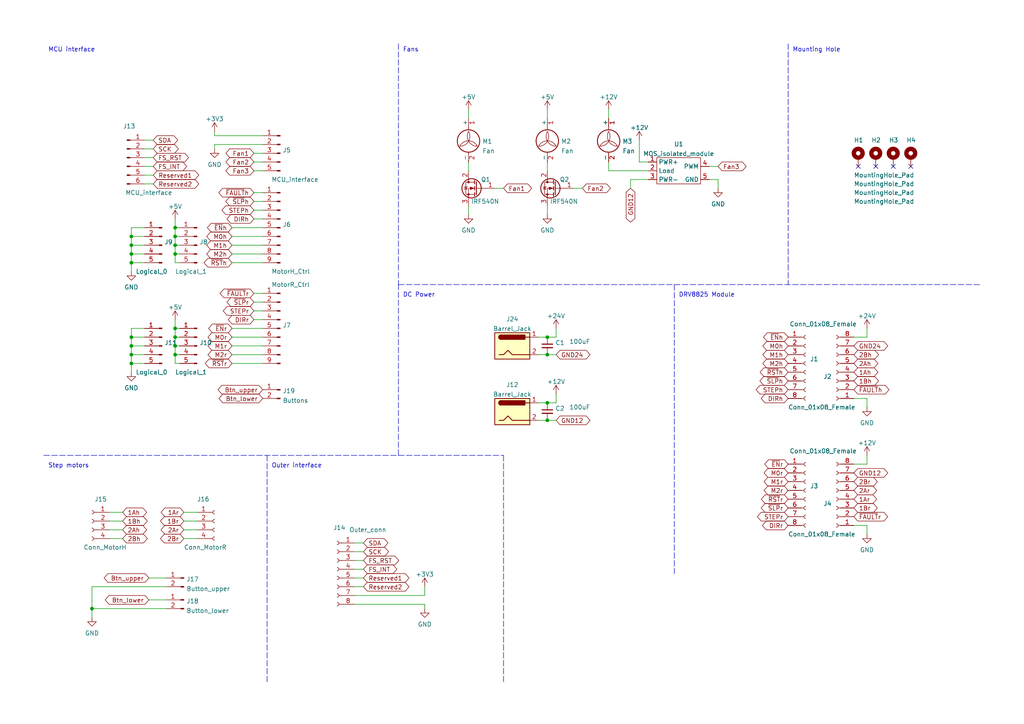
<source format=kicad_sch>
(kicad_sch (version 20211123) (generator eeschema)
  (paper "A4")
  (lib_symbols
    (symbol "Connector:Barrel_Jack" (pin_names (offset 1.016))
      (property "Reference" "J" (at 0 5.334 0))
      (property "Value" "Barrel_Jack" (at 0 -5.08 0))
      (symbol "Barrel_Jack_0_1"
        (rectangle (start -5.08 3.81) (end 5.08 -3.81) (stroke (width 0.254)) (fill (type background)))
        (arc (start -3.302 3.175) (mid -3.937 2.54) (end -3.302 1.905) (stroke (width 0.254)))
        (arc (start -3.302 3.175) (mid -3.937 2.54) (end -3.302 1.905) (stroke (width 0.254)) (fill (type outline)))
        (polyline (pts (xy 5.08 2.54) (xy 3.81 2.54)) (stroke (width 0.254)))
        (polyline (pts (xy -3.81 -2.54) (xy -2.54 -2.54) (xy -1.27 -1.27) (xy 0 -2.54) (xy 2.54 -2.54) (xy 5.08 -2.54)) (stroke (width 0.254)))
        (rectangle (start 3.683 3.175) (end -3.302 1.905) (stroke (width 0.254)) (fill (type outline)))
      )
      (symbol "Barrel_Jack_1_1"
        (pin passive line (at 7.62 2.54 180) (length 2.54) (name "~") (number "1"))
        (pin passive line (at 7.62 -2.54 180) (length 2.54) (name "~") (number "2"))
      )
    )
    (symbol "Connector:Conn_01x02_Male" (pin_names (offset 1.016) hide)
      (property "Reference" "J" (at 0 2.54 0))
      (property "Value" "Conn_01x02_Male" (at 0 -5.08 0))
      (symbol "Conn_01x02_Male_1_1"
        (polyline (pts (xy 1.27 -2.54) (xy 0.8636 -2.54)) (stroke (width 0.1524)))
        (polyline (pts (xy 1.27 0) (xy 0.8636 0)) (stroke (width 0.1524)))
        (rectangle (start 0.8636 -2.413) (end 0 -2.667) (stroke (width 0.1524)) (fill (type outline)))
        (rectangle (start 0.8636 0.127) (end 0 -0.127) (stroke (width 0.1524)) (fill (type outline)))
        (pin passive line (at 5.08 0 180) (length 3.81) (name "Pin_1") (number "1"))
        (pin passive line (at 5.08 -2.54 180) (length 3.81) (name "Pin_2") (number "2"))
      )
    )
    (symbol "Connector:Conn_01x04_Female" (pin_names (offset 1.016) hide)
      (property "Reference" "J" (at 0 5.08 0))
      (property "Value" "Conn_01x04_Female" (at 0 -7.62 0))
      (symbol "Conn_01x04_Female_1_1"
        (arc (start 0 -4.572) (mid -0.508 -5.08) (end 0 -5.588) (stroke (width 0.1524)))
        (arc (start 0 -2.032) (mid -0.508 -2.54) (end 0 -3.048) (stroke (width 0.1524)))
        (polyline (pts (xy -1.27 -5.08) (xy -0.508 -5.08)) (stroke (width 0.1524)))
        (polyline (pts (xy -1.27 -2.54) (xy -0.508 -2.54)) (stroke (width 0.1524)))
        (polyline (pts (xy -1.27 0) (xy -0.508 0)) (stroke (width 0.1524)))
        (polyline (pts (xy -1.27 2.54) (xy -0.508 2.54)) (stroke (width 0.1524)))
        (arc (start 0 0.508) (mid -0.508 0) (end 0 -0.508) (stroke (width 0.1524)))
        (arc (start 0 3.048) (mid -0.508 2.54) (end 0 2.032) (stroke (width 0.1524)))
        (pin passive line (at -5.08 2.54 0) (length 3.81) (name "Pin_1") (number "1"))
        (pin passive line (at -5.08 0 0) (length 3.81) (name "Pin_2") (number "2"))
        (pin passive line (at -5.08 -2.54 0) (length 3.81) (name "Pin_3") (number "3"))
        (pin passive line (at -5.08 -5.08 0) (length 3.81) (name "Pin_4") (number "4"))
      )
    )
    (symbol "Connector:Conn_01x05_Male" (pin_names (offset 1.016) hide)
      (property "Reference" "J" (at 0 7.62 0))
      (property "Value" "Conn_01x05_Male" (at 0 -7.62 0))
      (symbol "Conn_01x05_Male_1_1"
        (polyline (pts (xy 1.27 -5.08) (xy 0.8636 -5.08)) (stroke (width 0.1524)))
        (polyline (pts (xy 1.27 -2.54) (xy 0.8636 -2.54)) (stroke (width 0.1524)))
        (polyline (pts (xy 1.27 0) (xy 0.8636 0)) (stroke (width 0.1524)))
        (polyline (pts (xy 1.27 2.54) (xy 0.8636 2.54)) (stroke (width 0.1524)))
        (polyline (pts (xy 1.27 5.08) (xy 0.8636 5.08)) (stroke (width 0.1524)))
        (rectangle (start 0.8636 -4.953) (end 0 -5.207) (stroke (width 0.1524)) (fill (type outline)))
        (rectangle (start 0.8636 -2.413) (end 0 -2.667) (stroke (width 0.1524)) (fill (type outline)))
        (rectangle (start 0.8636 0.127) (end 0 -0.127) (stroke (width 0.1524)) (fill (type outline)))
        (rectangle (start 0.8636 2.667) (end 0 2.413) (stroke (width 0.1524)) (fill (type outline)))
        (rectangle (start 0.8636 5.207) (end 0 4.953) (stroke (width 0.1524)) (fill (type outline)))
        (pin passive line (at 5.08 5.08 180) (length 3.81) (name "Pin_1") (number "1"))
        (pin passive line (at 5.08 2.54 180) (length 3.81) (name "Pin_2") (number "2"))
        (pin passive line (at 5.08 0 180) (length 3.81) (name "Pin_3") (number "3"))
        (pin passive line (at 5.08 -2.54 180) (length 3.81) (name "Pin_4") (number "4"))
        (pin passive line (at 5.08 -5.08 180) (length 3.81) (name "Pin_5") (number "5"))
      )
    )
    (symbol "Connector:Conn_01x06_Male" (pin_names (offset 1.016) hide)
      (property "Reference" "J" (at 0 7.62 0))
      (property "Value" "Conn_01x06_Male" (at 0 -10.16 0))
      (symbol "Conn_01x06_Male_1_1"
        (polyline (pts (xy 1.27 -7.62) (xy 0.8636 -7.62)) (stroke (width 0.1524)))
        (polyline (pts (xy 1.27 -5.08) (xy 0.8636 -5.08)) (stroke (width 0.1524)))
        (polyline (pts (xy 1.27 -2.54) (xy 0.8636 -2.54)) (stroke (width 0.1524)))
        (polyline (pts (xy 1.27 0) (xy 0.8636 0)) (stroke (width 0.1524)))
        (polyline (pts (xy 1.27 2.54) (xy 0.8636 2.54)) (stroke (width 0.1524)))
        (polyline (pts (xy 1.27 5.08) (xy 0.8636 5.08)) (stroke (width 0.1524)))
        (rectangle (start 0.8636 -7.493) (end 0 -7.747) (stroke (width 0.1524)) (fill (type outline)))
        (rectangle (start 0.8636 -4.953) (end 0 -5.207) (stroke (width 0.1524)) (fill (type outline)))
        (rectangle (start 0.8636 -2.413) (end 0 -2.667) (stroke (width 0.1524)) (fill (type outline)))
        (rectangle (start 0.8636 0.127) (end 0 -0.127) (stroke (width 0.1524)) (fill (type outline)))
        (rectangle (start 0.8636 2.667) (end 0 2.413) (stroke (width 0.1524)) (fill (type outline)))
        (rectangle (start 0.8636 5.207) (end 0 4.953) (stroke (width 0.1524)) (fill (type outline)))
        (pin passive line (at 5.08 5.08 180) (length 3.81) (name "Pin_1") (number "1"))
        (pin passive line (at 5.08 2.54 180) (length 3.81) (name "Pin_2") (number "2"))
        (pin passive line (at 5.08 0 180) (length 3.81) (name "Pin_3") (number "3"))
        (pin passive line (at 5.08 -2.54 180) (length 3.81) (name "Pin_4") (number "4"))
        (pin passive line (at 5.08 -5.08 180) (length 3.81) (name "Pin_5") (number "5"))
        (pin passive line (at 5.08 -7.62 180) (length 3.81) (name "Pin_6") (number "6"))
      )
    )
    (symbol "Connector:Conn_01x08_Female" (pin_names (offset 1.016) hide)
      (property "Reference" "J" (at 0 10.16 0))
      (property "Value" "Conn_01x08_Female" (at 0 -12.7 0))
      (symbol "Conn_01x08_Female_1_1"
        (arc (start 0 -9.652) (mid -0.508 -10.16) (end 0 -10.668) (stroke (width 0.1524)))
        (arc (start 0 -7.112) (mid -0.508 -7.62) (end 0 -8.128) (stroke (width 0.1524)))
        (arc (start 0 -4.572) (mid -0.508 -5.08) (end 0 -5.588) (stroke (width 0.1524)))
        (arc (start 0 -2.032) (mid -0.508 -2.54) (end 0 -3.048) (stroke (width 0.1524)))
        (polyline (pts (xy -1.27 -10.16) (xy -0.508 -10.16)) (stroke (width 0.1524)))
        (polyline (pts (xy -1.27 -7.62) (xy -0.508 -7.62)) (stroke (width 0.1524)))
        (polyline (pts (xy -1.27 -5.08) (xy -0.508 -5.08)) (stroke (width 0.1524)))
        (polyline (pts (xy -1.27 -2.54) (xy -0.508 -2.54)) (stroke (width 0.1524)))
        (polyline (pts (xy -1.27 0) (xy -0.508 0)) (stroke (width 0.1524)))
        (polyline (pts (xy -1.27 2.54) (xy -0.508 2.54)) (stroke (width 0.1524)))
        (polyline (pts (xy -1.27 5.08) (xy -0.508 5.08)) (stroke (width 0.1524)))
        (polyline (pts (xy -1.27 7.62) (xy -0.508 7.62)) (stroke (width 0.1524)))
        (arc (start 0 0.508) (mid -0.508 0) (end 0 -0.508) (stroke (width 0.1524)))
        (arc (start 0 3.048) (mid -0.508 2.54) (end 0 2.032) (stroke (width 0.1524)))
        (arc (start 0 5.588) (mid -0.508 5.08) (end 0 4.572) (stroke (width 0.1524)))
        (arc (start 0 8.128) (mid -0.508 7.62) (end 0 7.112) (stroke (width 0.1524)))
        (pin passive line (at -5.08 7.62 0) (length 3.81) (name "Pin_1") (number "1"))
        (pin passive line (at -5.08 5.08 0) (length 3.81) (name "Pin_2") (number "2"))
        (pin passive line (at -5.08 2.54 0) (length 3.81) (name "Pin_3") (number "3"))
        (pin passive line (at -5.08 0 0) (length 3.81) (name "Pin_4") (number "4"))
        (pin passive line (at -5.08 -2.54 0) (length 3.81) (name "Pin_5") (number "5"))
        (pin passive line (at -5.08 -5.08 0) (length 3.81) (name "Pin_6") (number "6"))
        (pin passive line (at -5.08 -7.62 0) (length 3.81) (name "Pin_7") (number "7"))
        (pin passive line (at -5.08 -10.16 0) (length 3.81) (name "Pin_8") (number "8"))
      )
    )
    (symbol "Connector:Conn_01x09_Male" (pin_names (offset 1.016) hide)
      (property "Reference" "J" (at 0 12.7 0))
      (property "Value" "Conn_01x09_Male" (at 0 -12.7 0))
      (symbol "Conn_01x09_Male_1_1"
        (polyline (pts (xy 1.27 -10.16) (xy 0.8636 -10.16)) (stroke (width 0.1524)))
        (polyline (pts (xy 1.27 -7.62) (xy 0.8636 -7.62)) (stroke (width 0.1524)))
        (polyline (pts (xy 1.27 -5.08) (xy 0.8636 -5.08)) (stroke (width 0.1524)))
        (polyline (pts (xy 1.27 -2.54) (xy 0.8636 -2.54)) (stroke (width 0.1524)))
        (polyline (pts (xy 1.27 0) (xy 0.8636 0)) (stroke (width 0.1524)))
        (polyline (pts (xy 1.27 2.54) (xy 0.8636 2.54)) (stroke (width 0.1524)))
        (polyline (pts (xy 1.27 5.08) (xy 0.8636 5.08)) (stroke (width 0.1524)))
        (polyline (pts (xy 1.27 7.62) (xy 0.8636 7.62)) (stroke (width 0.1524)))
        (polyline (pts (xy 1.27 10.16) (xy 0.8636 10.16)) (stroke (width 0.1524)))
        (rectangle (start 0.8636 -10.033) (end 0 -10.287) (stroke (width 0.1524)) (fill (type outline)))
        (rectangle (start 0.8636 -7.493) (end 0 -7.747) (stroke (width 0.1524)) (fill (type outline)))
        (rectangle (start 0.8636 -4.953) (end 0 -5.207) (stroke (width 0.1524)) (fill (type outline)))
        (rectangle (start 0.8636 -2.413) (end 0 -2.667) (stroke (width 0.1524)) (fill (type outline)))
        (rectangle (start 0.8636 0.127) (end 0 -0.127) (stroke (width 0.1524)) (fill (type outline)))
        (rectangle (start 0.8636 2.667) (end 0 2.413) (stroke (width 0.1524)) (fill (type outline)))
        (rectangle (start 0.8636 5.207) (end 0 4.953) (stroke (width 0.1524)) (fill (type outline)))
        (rectangle (start 0.8636 7.747) (end 0 7.493) (stroke (width 0.1524)) (fill (type outline)))
        (rectangle (start 0.8636 10.287) (end 0 10.033) (stroke (width 0.1524)) (fill (type outline)))
        (pin passive line (at 5.08 10.16 180) (length 3.81) (name "Pin_1") (number "1"))
        (pin passive line (at 5.08 7.62 180) (length 3.81) (name "Pin_2") (number "2"))
        (pin passive line (at 5.08 5.08 180) (length 3.81) (name "Pin_3") (number "3"))
        (pin passive line (at 5.08 2.54 180) (length 3.81) (name "Pin_4") (number "4"))
        (pin passive line (at 5.08 0 180) (length 3.81) (name "Pin_5") (number "5"))
        (pin passive line (at 5.08 -2.54 180) (length 3.81) (name "Pin_6") (number "6"))
        (pin passive line (at 5.08 -5.08 180) (length 3.81) (name "Pin_7") (number "7"))
        (pin passive line (at 5.08 -7.62 180) (length 3.81) (name "Pin_8") (number "8"))
        (pin passive line (at 5.08 -10.16 180) (length 3.81) (name "Pin_9") (number "9"))
      )
    )
    (symbol "Device:C_Small" (pin_numbers hide) (pin_names (offset 0.254) hide)
      (property "Reference" "C" (at 0.254 1.778 0))
      (property "Value" "C_Small" (at 0.254 -2.032 0))
      (symbol "C_Small_0_1"
        (polyline (pts (xy -1.524 -0.508) (xy 1.524 -0.508)) (stroke (width 0.3302)))
        (polyline (pts (xy -1.524 0.508) (xy 1.524 0.508)) (stroke (width 0.3048)))
      )
      (symbol "C_Small_1_1"
        (pin passive line (at 0 2.54 270) (length 2.032) (name "~") (number "1"))
        (pin passive line (at 0 -2.54 90) (length 2.032) (name "~") (number "2"))
      )
    )
    (symbol "DualSenseLib:MOS_isolated_module"
      (property "Reference" "U" (at 0 0 0))
      (property "Value" "MOS_isolated_module" (at 0 -2.54 0))
      (symbol "MOS_isolated_module_0_1"
        (rectangle (start -6.35 10.16) (end 6.35 2.54) (stroke (width 0.1524)))
      )
      (symbol "MOS_isolated_module_1_1"
        (pin passive line (at -8.89 8.89 0) (length 2.54) (name "PWR+") (number "1"))
        (pin passive line (at -8.89 6.35 0) (length 2.54) (name "Load") (number "2"))
        (pin passive line (at -8.89 3.81 0) (length 2.54) (name "PWR-") (number "3"))
        (pin passive line (at 8.89 7.62 180) (length 2.54) (name "PWM") (number "4"))
        (pin passive line (at 8.89 3.81 180) (length 2.54) (name "GND") (number "5"))
      )
    )
    (symbol "Mechanical:MountingHole_Pad" (pin_numbers hide) (pin_names (offset 1.016) hide)
      (property "Reference" "H" (at 0 6.35 0))
      (property "Value" "MountingHole_Pad" (at 0 4.445 0))
      (symbol "MountingHole_Pad_0_1"
        (circle (center 0 1.27) (radius 1.27) (stroke (width 1.27)))
      )
      (symbol "MountingHole_Pad_1_1"
        (pin input line (at 0 -2.54 90) (length 2.54) (name "1") (number "1"))
      )
    )
    (symbol "Motor:Fan" (pin_names (offset 0))
      (property "Reference" "M" (at 2.54 5.08 0))
      (property "Value" "Fan" (at 2.54 -2.54 0))
      (symbol "Fan_0_1"
        (arc (start -2.54 -0.508) (mid -0.0014 0.9048) (end 0 3.81))
        (polyline (pts (xy 0 -5.08) (xy 0 -4.572)))
        (polyline (pts (xy 0 -2.2352) (xy 0 -2.6416)))
        (polyline (pts (xy 0 4.2672) (xy 0 4.6228)))
        (polyline (pts (xy 0 4.572) (xy 0 5.08)))
        (circle (center 0 1.016) (radius 3.2512) (stroke (width 0.254)))
        (arc (start 0 3.81) (mid 0.0468 0.9315) (end 2.54 -0.508))
        (arc (start 2.54 -0.508) (mid 0 1.0618) (end -2.54 -0.508))
      )
      (symbol "Fan_1_1"
        (pin passive line (at 0 7.62 270) (length 2.54) (name "+") (number "1"))
        (pin passive line (at 0 -5.08 90) (length 2.54) (name "-") (number "2"))
      )
    )
    (symbol "Transistor_FET:IRF540N" (pin_names hide)
      (property "Reference" "Q" (at 6.35 1.905 0))
      (property "Value" "IRF540N" (at 6.35 0 0))
      (symbol "IRF540N_0_1"
        (polyline (pts (xy 0.254 0) (xy -2.54 0)))
        (polyline (pts (xy 0.254 1.905) (xy 0.254 -1.905)) (stroke (width 0.254)))
        (polyline (pts (xy 0.762 -1.27) (xy 0.762 -2.286)) (stroke (width 0.254)))
        (polyline (pts (xy 0.762 0.508) (xy 0.762 -0.508)) (stroke (width 0.254)))
        (polyline (pts (xy 0.762 2.286) (xy 0.762 1.27)) (stroke (width 0.254)))
        (polyline (pts (xy 2.54 2.54) (xy 2.54 1.778)))
        (polyline (pts (xy 2.54 -2.54) (xy 2.54 0) (xy 0.762 0)))
        (polyline (pts (xy 0.762 -1.778) (xy 3.302 -1.778) (xy 3.302 1.778) (xy 0.762 1.778)))
        (polyline (pts (xy 1.016 0) (xy 2.032 0.381) (xy 2.032 -0.381) (xy 1.016 0)) (fill (type outline)))
        (polyline (pts (xy 2.794 0.508) (xy 2.921 0.381) (xy 3.683 0.381) (xy 3.81 0.254)))
        (polyline (pts (xy 3.302 0.381) (xy 2.921 -0.254) (xy 3.683 -0.254) (xy 3.302 0.381)))
        (circle (center 1.651 0) (radius 2.794) (stroke (width 0.254)))
        (circle (center 2.54 -1.778) (radius 0.254) (fill (type outline)))
        (circle (center 2.54 1.778) (radius 0.254) (fill (type outline)))
      )
      (symbol "IRF540N_1_1"
        (pin input line (at -5.08 0 0) (length 2.54) (name "G") (number "1"))
        (pin passive line (at 2.54 5.08 270) (length 2.54) (name "D") (number "2"))
        (pin passive line (at 2.54 -5.08 90) (length 2.54) (name "S") (number "3"))
      )
    )
    (symbol "power:+12V" (power) (pin_names (offset 0))
      (property "Value" "+12V" (at 0 3.556 0))
      (symbol "+12V_0_1"
        (polyline (pts (xy -0.762 1.27) (xy 0 2.54)))
        (polyline (pts (xy 0 0) (xy 0 2.54)))
        (polyline (pts (xy 0 2.54) (xy 0.762 1.27)))
      )
      (symbol "+12V_1_1"
        (pin power_in line (at 0 0 90) (length 0) hide (name "+12V") (number "1"))
      )
    )
    (symbol "power:+24V" (power) (pin_names (offset 0))
      (property "Value" "+24V" (at 0 3.556 0))
      (symbol "+24V_0_1"
        (polyline (pts (xy -0.762 1.27) (xy 0 2.54)))
        (polyline (pts (xy 0 0) (xy 0 2.54)))
        (polyline (pts (xy 0 2.54) (xy 0.762 1.27)))
      )
      (symbol "+24V_1_1"
        (pin power_in line (at 0 0 90) (length 0) hide (name "+24V") (number "1"))
      )
    )
    (symbol "power:+3V3" (power) (pin_names (offset 0))
      (property "Value" "+3V3" (at 0 3.556 0))
      (symbol "+3V3_0_1"
        (polyline (pts (xy -0.762 1.27) (xy 0 2.54)))
        (polyline (pts (xy 0 0) (xy 0 2.54)))
        (polyline (pts (xy 0 2.54) (xy 0.762 1.27)))
      )
      (symbol "+3V3_1_1"
        (pin power_in line (at 0 0 90) (length 0) hide (name "+3V3") (number "1"))
      )
    )
    (symbol "power:+5V" (power) (pin_names (offset 0))
      (property "Value" "+5V" (at 0 3.556 0))
      (symbol "+5V_0_1"
        (polyline (pts (xy -0.762 1.27) (xy 0 2.54)))
        (polyline (pts (xy 0 0) (xy 0 2.54)))
        (polyline (pts (xy 0 2.54) (xy 0.762 1.27)))
      )
      (symbol "+5V_1_1"
        (pin power_in line (at 0 0 90) (length 0) hide (name "+5V") (number "1"))
      )
    )
    (symbol "power:GND" (power) (pin_names (offset 0))
      (property "Value" "GND" (at 0 -3.81 0))
      (symbol "GND_0_1"
        (polyline (pts (xy 0 0) (xy 0 -1.27) (xy 1.27 -1.27) (xy 0 -2.54) (xy -1.27 -1.27) (xy 0 -1.27)))
      )
      (symbol "GND_1_1"
        (pin power_in line (at 0 0 270) (length 0) hide (name "GND") (number "1"))
      )
    )
  )
  (junction (at 50.8 100.33))
  (junction (at 38.1 73.66))
  (junction (at 158.75 116.84))
  (junction (at 38.1 100.33))
  (junction (at 50.8 97.79))
  (junction (at 158.75 102.87))
  (junction (at 38.1 97.79))
  (junction (at 38.1 76.2))
  (junction (at 50.8 71.12))
  (junction (at 50.8 95.25))
  (junction (at 38.1 71.12))
  (junction (at 158.75 97.79))
  (junction (at 158.75 121.92))
  (junction (at 50.8 102.87))
  (junction (at 50.8 73.66))
  (junction (at 38.1 68.58))
  (junction (at 50.8 66.04))
  (junction (at 38.1 102.87))
  (junction (at 26.67 176.53))
  (junction (at 50.8 68.58))
  (junction (at 38.1 105.41))
  (no_connect (at 248.92 48.26))
  (no_connect (at 259.08 48.26))
  (no_connect (at 254 48.26))
  (no_connect (at 264.16 48.26))
  (wire (pts (xy 73.66 49.53) (xy 76.2 49.53)))
  (wire (pts (xy 53.34 153.67) (xy 57.15 153.67)))
  (wire (pts (xy 156.21 121.92) (xy 158.75 121.92)))
  (wire (pts (xy 38.1 97.79) (xy 41.91 97.79)))
  (wire (pts (xy 26.67 176.53) (xy 48.26 176.53)))
  (wire (pts (xy 102.87 167.64) (xy 105.41 167.64)))
  (wire (pts (xy 73.66 58.42) (xy 76.2 58.42)))
  (wire (pts (xy 67.31 105.41) (xy 76.2 105.41)))
  (wire (pts (xy 73.66 92.71) (xy 76.2 92.71)))
  (wire (pts (xy 38.1 71.12) (xy 38.1 73.66)))
  (wire (pts (xy 50.8 73.66) (xy 52.07 73.66)))
  (wire (pts (xy 50.8 71.12) (xy 52.07 71.12)))
  (wire (pts (xy 50.8 71.12) (xy 50.8 73.66)))
  (wire (pts (xy 251.46 152.4) (xy 251.46 154.94)))
  (wire (pts (xy 73.66 87.63) (xy 76.2 87.63)))
  (wire (pts (xy 50.8 95.25) (xy 50.8 97.79)))
  (wire (pts (xy 50.8 105.41) (xy 52.07 105.41)))
  (wire (pts (xy 205.74 48.26) (xy 208.28 48.26)))
  (wire (pts (xy 31.75 153.67) (xy 35.56 153.67)))
  (wire (pts (xy 208.28 52.07) (xy 208.28 54.61)))
  (wire (pts (xy 62.23 39.37) (xy 62.23 38.1)))
  (polyline (pts (xy 77.47 132.08) (xy 77.47 198.12)))
  (wire (pts (xy 166.37 54.61) (xy 168.91 54.61)))
  (wire (pts (xy 67.31 100.33) (xy 76.2 100.33)))
  (wire (pts (xy 102.87 160.02) (xy 105.41 160.02)))
  (wire (pts (xy 135.89 31.75) (xy 135.89 34.29)))
  (wire (pts (xy 41.91 40.64) (xy 44.45 40.64)))
  (wire (pts (xy 156.21 102.87) (xy 158.75 102.87)))
  (wire (pts (xy 205.74 52.07) (xy 208.28 52.07)))
  (wire (pts (xy 31.75 156.21) (xy 35.56 156.21)))
  (wire (pts (xy 41.91 45.72) (xy 44.45 45.72)))
  (wire (pts (xy 185.42 40.64) (xy 185.42 46.99)))
  (wire (pts (xy 41.91 66.04) (xy 38.1 66.04)))
  (wire (pts (xy 43.18 173.99) (xy 48.26 173.99)))
  (wire (pts (xy 176.53 46.99) (xy 176.53 49.53)))
  (wire (pts (xy 73.66 55.88) (xy 76.2 55.88)))
  (wire (pts (xy 38.1 68.58) (xy 41.91 68.58)))
  (wire (pts (xy 73.66 90.17) (xy 76.2 90.17)))
  (wire (pts (xy 38.1 73.66) (xy 41.91 73.66)))
  (polyline (pts (xy 228.6 12.7) (xy 228.6 82.55)))
  (wire (pts (xy 38.1 66.04) (xy 38.1 68.58)))
  (wire (pts (xy 67.31 95.25) (xy 76.2 95.25)))
  (wire (pts (xy 52.07 102.87) (xy 50.8 102.87)))
  (wire (pts (xy 161.29 97.79) (xy 161.29 95.25)))
  (wire (pts (xy 31.75 151.13) (xy 35.56 151.13)))
  (wire (pts (xy 247.65 134.62) (xy 251.46 134.62)))
  (wire (pts (xy 41.91 50.8) (xy 44.45 50.8)))
  (wire (pts (xy 50.8 73.66) (xy 50.8 76.2)))
  (wire (pts (xy 53.34 151.13) (xy 57.15 151.13)))
  (wire (pts (xy 102.87 157.48) (xy 105.41 157.48)))
  (wire (pts (xy 50.8 97.79) (xy 52.07 97.79)))
  (wire (pts (xy 251.46 134.62) (xy 251.46 132.08)))
  (wire (pts (xy 182.88 52.07) (xy 182.88 54.61)))
  (wire (pts (xy 50.8 97.79) (xy 50.8 100.33)))
  (wire (pts (xy 76.2 39.37) (xy 62.23 39.37)))
  (wire (pts (xy 38.1 100.33) (xy 41.91 100.33)))
  (wire (pts (xy 38.1 100.33) (xy 38.1 102.87)))
  (wire (pts (xy 161.29 114.3) (xy 161.29 116.84)))
  (wire (pts (xy 143.51 54.61) (xy 146.05 54.61)))
  (wire (pts (xy 50.8 95.25) (xy 52.07 95.25)))
  (wire (pts (xy 158.75 97.79) (xy 161.29 97.79)))
  (wire (pts (xy 102.87 175.26) (xy 123.19 175.26)))
  (wire (pts (xy 247.65 152.4) (xy 251.46 152.4)))
  (wire (pts (xy 158.75 46.99) (xy 158.75 49.53)))
  (wire (pts (xy 176.53 49.53) (xy 187.96 49.53)))
  (wire (pts (xy 43.18 167.64) (xy 48.26 167.64)))
  (wire (pts (xy 158.75 121.92) (xy 161.29 121.92)))
  (wire (pts (xy 156.21 97.79) (xy 158.75 97.79)))
  (wire (pts (xy 102.87 172.72) (xy 123.19 172.72)))
  (wire (pts (xy 41.91 43.18) (xy 44.45 43.18)))
  (wire (pts (xy 73.66 44.45) (xy 76.2 44.45)))
  (wire (pts (xy 158.75 31.75) (xy 158.75 34.29)))
  (wire (pts (xy 158.75 102.87) (xy 161.29 102.87)))
  (polyline (pts (xy 195.58 82.55) (xy 195.58 166.37)))
  (polyline (pts (xy 115.57 132.08) (xy 146.05 132.08)))
  (wire (pts (xy 50.8 66.04) (xy 50.8 68.58)))
  (wire (pts (xy 135.89 46.99) (xy 135.89 49.53)))
  (wire (pts (xy 41.91 95.25) (xy 38.1 95.25)))
  (wire (pts (xy 38.1 97.79) (xy 38.1 100.33)))
  (wire (pts (xy 50.8 102.87) (xy 50.8 105.41)))
  (wire (pts (xy 50.8 68.58) (xy 52.07 68.58)))
  (wire (pts (xy 53.34 148.59) (xy 57.15 148.59)))
  (wire (pts (xy 102.87 170.18) (xy 105.41 170.18)))
  (wire (pts (xy 182.88 52.07) (xy 187.96 52.07)))
  (wire (pts (xy 41.91 48.26) (xy 44.45 48.26)))
  (wire (pts (xy 38.1 95.25) (xy 38.1 97.79)))
  (wire (pts (xy 67.31 73.66) (xy 76.2 73.66)))
  (wire (pts (xy 247.65 97.79) (xy 251.46 97.79)))
  (wire (pts (xy 41.91 53.34) (xy 44.45 53.34)))
  (polyline (pts (xy 12.7 132.08) (xy 115.57 132.08)))
  (wire (pts (xy 123.19 175.26) (xy 123.19 176.53)))
  (wire (pts (xy 123.19 172.72) (xy 123.19 170.18)))
  (wire (pts (xy 73.66 46.99) (xy 76.2 46.99)))
  (wire (pts (xy 67.31 68.58) (xy 76.2 68.58)))
  (wire (pts (xy 102.87 162.56) (xy 105.41 162.56)))
  (wire (pts (xy 26.67 179.07) (xy 26.67 176.53)))
  (wire (pts (xy 38.1 102.87) (xy 38.1 105.41)))
  (wire (pts (xy 38.1 76.2) (xy 38.1 78.74)))
  (wire (pts (xy 67.31 76.2) (xy 76.2 76.2)))
  (wire (pts (xy 26.67 170.18) (xy 26.67 176.53)))
  (wire (pts (xy 73.66 63.5) (xy 76.2 63.5)))
  (wire (pts (xy 38.1 76.2) (xy 41.91 76.2)))
  (wire (pts (xy 50.8 63.5) (xy 50.8 66.04)))
  (polyline (pts (xy 115.57 82.55) (xy 284.48 82.55)))
  (wire (pts (xy 52.07 76.2) (xy 50.8 76.2)))
  (wire (pts (xy 50.8 68.58) (xy 50.8 71.12)))
  (wire (pts (xy 185.42 46.99) (xy 187.96 46.99)))
  (wire (pts (xy 135.89 59.69) (xy 135.89 62.23)))
  (wire (pts (xy 158.75 116.84) (xy 161.29 116.84)))
  (wire (pts (xy 48.26 170.18) (xy 26.67 170.18)))
  (wire (pts (xy 38.1 71.12) (xy 41.91 71.12)))
  (wire (pts (xy 251.46 97.79) (xy 251.46 95.25)))
  (wire (pts (xy 31.75 148.59) (xy 35.56 148.59)))
  (wire (pts (xy 73.66 60.96) (xy 76.2 60.96)))
  (wire (pts (xy 156.21 116.84) (xy 158.75 116.84)))
  (wire (pts (xy 50.8 66.04) (xy 52.07 66.04)))
  (polyline (pts (xy 146.05 132.08) (xy 146.05 198.12)))
  (wire (pts (xy 67.31 66.04) (xy 76.2 66.04)))
  (wire (pts (xy 247.65 115.57) (xy 251.46 115.57)))
  (wire (pts (xy 67.31 97.79) (xy 76.2 97.79)))
  (wire (pts (xy 73.66 85.09) (xy 76.2 85.09)))
  (wire (pts (xy 38.1 102.87) (xy 41.91 102.87)))
  (wire (pts (xy 102.87 165.1) (xy 105.41 165.1)))
  (wire (pts (xy 50.8 92.71) (xy 50.8 95.25)))
  (wire (pts (xy 62.23 41.91) (xy 62.23 43.18)))
  (wire (pts (xy 176.53 31.75) (xy 176.53 34.29)))
  (wire (pts (xy 158.75 59.69) (xy 158.75 62.23)))
  (wire (pts (xy 50.8 100.33) (xy 50.8 102.87)))
  (polyline (pts (xy 115.57 132.08) (xy 115.57 82.55)))
  (wire (pts (xy 38.1 73.66) (xy 38.1 76.2)))
  (wire (pts (xy 67.31 71.12) (xy 76.2 71.12)))
  (wire (pts (xy 38.1 105.41) (xy 38.1 107.95)))
  (wire (pts (xy 67.31 102.87) (xy 76.2 102.87)))
  (wire (pts (xy 50.8 100.33) (xy 52.07 100.33)))
  (wire (pts (xy 53.34 156.21) (xy 57.15 156.21)))
  (polyline (pts (xy 115.57 12.7) (xy 115.57 82.55)))
  (wire (pts (xy 76.2 41.91) (xy 62.23 41.91)))
  (wire (pts (xy 38.1 68.58) (xy 38.1 71.12)))
  (wire (pts (xy 251.46 115.57) (xy 251.46 118.11)))
  (wire (pts (xy 38.1 105.41) (xy 41.91 105.41)))
  (text "Outer interface" (at 78.74 135.89 0) (effects (font (size 1.27 1.27)) (justify left bottom)))
  (text "DC Power" (at 116.84 86.36 0) (effects (font (size 1.27 1.27)) (justify left bottom)))
  (text "Fans" (at 116.84 15.24 0) (effects (font (size 1.27 1.27)) (justify left bottom)))
  (text "Step motors" (at 13.97 135.89 0) (effects (font (size 1.27 1.27)) (justify left bottom)))
  (text "DRV8825 Module" (at 196.85 86.36 0) (effects (font (size 1.27 1.27)) (justify left bottom)))
  (text "Mounting Hole" (at 229.87 15.24 0) (effects (font (size 1.27 1.27)) (justify left bottom)))
  (text "MCU interface" (at 13.97 15.24 0) (effects (font (size 1.27 1.27)) (justify left bottom)))
  (global_label "SCK" (shape bidirectional) (at 105.41 160.02 0) (property "Intersheet References" "${INTERSHEET_REFS}" (effects hide)))
  (global_label "Reserved2" (shape bidirectional) (at 44.45 53.34 0) (property "Intersheet References" "${INTERSHEET_REFS}" (effects hide)))
  (global_label "M0h" (shape bidirectional) (at 228.6 100.33 180) (property "Intersheet References" "${INTERSHEET_REFS}" (effects hide)))
  (global_label "M0r" (shape bidirectional) (at 67.31 97.79 180) (property "Intersheet References" "${INTERSHEET_REFS}" (effects hide)))
  (global_label "FS_RST" (shape bidirectional) (at 44.45 45.72 0) (property "Intersheet References" "${INTERSHEET_REFS}" (effects hide)))
  (global_label "M2h" (shape bidirectional) (at 228.6 105.41 180) (property "Intersheet References" "${INTERSHEET_REFS}" (effects hide)))
  (global_label "1Bh" (shape bidirectional) (at 247.65 110.49 0) (property "Intersheet References" "${INTERSHEET_REFS}" (effects hide)))
  (global_label "SDA" (shape bidirectional) (at 105.41 157.48 0) (property "Intersheet References" "${INTERSHEET_REFS}" (effects hide)))
  (global_label "GND24" (shape bidirectional) (at 247.65 100.33 0) (property "Intersheet References" "${INTERSHEET_REFS}" (effects hide)))
  (global_label "~{EN}r" (shape bidirectional) (at 67.31 95.25 180) (property "Intersheet References" "${INTERSHEET_REFS}" (effects hide)))
  (global_label "~{FAULT}r" (shape bidirectional) (at 247.65 149.86 0) (property "Intersheet References" "${INTERSHEET_REFS}" (effects hide)))
  (global_label "SCK" (shape bidirectional) (at 44.45 43.18 0) (property "Intersheet References" "${INTERSHEET_REFS}" (effects hide)))
  (global_label "Btn_upper" (shape bidirectional) (at 43.18 167.64 180) (property "Intersheet References" "${INTERSHEET_REFS}" (effects hide)))
  (global_label "1Br" (shape bidirectional) (at 247.65 147.32 0) (property "Intersheet References" "${INTERSHEET_REFS}" (effects hide)))
  (global_label "DIRh" (shape bidirectional) (at 73.66 63.5 180) (property "Intersheet References" "${INTERSHEET_REFS}" (effects hide)))
  (global_label "1Br" (shape bidirectional) (at 53.34 151.13 180) (property "Intersheet References" "${INTERSHEET_REFS}" (effects hide)))
  (global_label "FS_RST" (shape bidirectional) (at 105.41 162.56 0) (property "Intersheet References" "${INTERSHEET_REFS}" (effects hide)))
  (global_label "M1h" (shape bidirectional) (at 228.6 102.87 180) (property "Intersheet References" "${INTERSHEET_REFS}" (effects hide)))
  (global_label "STEPr" (shape bidirectional) (at 73.66 90.17 180) (property "Intersheet References" "${INTERSHEET_REFS}" (effects hide)))
  (global_label "Fan2" (shape bidirectional) (at 168.91 54.61 0) (property "Intersheet References" "${INTERSHEET_REFS}" (effects hide)))
  (global_label "1Ah" (shape bidirectional) (at 35.56 148.59 0) (property "Intersheet References" "${INTERSHEET_REFS}" (effects hide)))
  (global_label "1Bh" (shape bidirectional) (at 35.56 151.13 0) (property "Intersheet References" "${INTERSHEET_REFS}" (effects hide)))
  (global_label "M1h" (shape bidirectional) (at 67.31 71.12 180) (property "Intersheet References" "${INTERSHEET_REFS}" (effects hide)))
  (global_label "~{RST}r" (shape bidirectional) (at 228.6 144.78 180) (property "Intersheet References" "${INTERSHEET_REFS}" (effects hide)))
  (global_label "~{EN}h" (shape bidirectional) (at 228.6 97.79 180) (property "Intersheet References" "${INTERSHEET_REFS}" (effects hide)))
  (global_label "FS_INT" (shape bidirectional) (at 44.45 48.26 0) (property "Intersheet References" "${INTERSHEET_REFS}" (effects hide)))
  (global_label "2Bh" (shape bidirectional) (at 35.56 156.21 0) (property "Intersheet References" "${INTERSHEET_REFS}" (effects hide)))
  (global_label "Fan3" (shape bidirectional) (at 73.66 49.53 180) (property "Intersheet References" "${INTERSHEET_REFS}" (effects hide)))
  (global_label "Reserved1" (shape bidirectional) (at 105.41 167.64 0) (property "Intersheet References" "${INTERSHEET_REFS}" (effects hide)))
  (global_label "~{SLP}r" (shape bidirectional) (at 228.6 147.32 180) (property "Intersheet References" "${INTERSHEET_REFS}" (effects hide)))
  (global_label "M2h" (shape bidirectional) (at 67.31 73.66 180) (property "Intersheet References" "${INTERSHEET_REFS}" (effects hide)))
  (global_label "~{EN}h" (shape bidirectional) (at 67.31 66.04 180) (property "Intersheet References" "${INTERSHEET_REFS}" (effects hide)))
  (global_label "~{FAULT}r" (shape bidirectional) (at 73.66 85.09 180) (property "Intersheet References" "${INTERSHEET_REFS}" (effects hide)))
  (global_label "1Ah" (shape bidirectional) (at 247.65 107.95 0) (property "Intersheet References" "${INTERSHEET_REFS}" (effects hide)))
  (global_label "DIRr" (shape bidirectional) (at 73.66 92.71 180) (property "Intersheet References" "${INTERSHEET_REFS}" (effects hide)))
  (global_label "DIRh" (shape bidirectional) (at 228.6 115.57 180) (property "Intersheet References" "${INTERSHEET_REFS}" (effects hide)))
  (global_label "Btn_upper" (shape bidirectional) (at 76.2 113.03 180) (property "Intersheet References" "${INTERSHEET_REFS}" (effects hide)))
  (global_label "GND12" (shape bidirectional) (at 182.88 54.61 270) (property "Intersheet References" "${INTERSHEET_REFS}" (effects hide)))
  (global_label "~{SLP}h" (shape bidirectional) (at 73.66 58.42 180) (property "Intersheet References" "${INTERSHEET_REFS}" (effects hide)))
  (global_label "FS_INT" (shape bidirectional) (at 105.41 165.1 0) (property "Intersheet References" "${INTERSHEET_REFS}" (effects hide)))
  (global_label "STEPh" (shape bidirectional) (at 228.6 113.03 180) (property "Intersheet References" "${INTERSHEET_REFS}" (effects hide)))
  (global_label "~{RST}h" (shape bidirectional) (at 67.31 76.2 180) (property "Intersheet References" "${INTERSHEET_REFS}" (effects hide)))
  (global_label "~{SLP}r" (shape bidirectional) (at 73.66 87.63 180) (property "Intersheet References" "${INTERSHEET_REFS}" (effects hide)))
  (global_label "Fan1" (shape bidirectional) (at 73.66 44.45 180) (property "Intersheet References" "${INTERSHEET_REFS}" (effects hide)))
  (global_label "~{FAULT}h" (shape bidirectional) (at 73.66 55.88 180) (property "Intersheet References" "${INTERSHEET_REFS}" (effects hide)))
  (global_label "STEPh" (shape bidirectional) (at 73.66 60.96 180) (property "Intersheet References" "${INTERSHEET_REFS}" (effects hide)))
  (global_label "Fan3" (shape bidirectional) (at 208.28 48.26 0) (property "Intersheet References" "${INTERSHEET_REFS}" (effects hide)))
  (global_label "M2r" (shape bidirectional) (at 228.6 142.24 180) (property "Intersheet References" "${INTERSHEET_REFS}" (effects hide)))
  (global_label "~{FAULT}h" (shape bidirectional) (at 247.65 113.03 0) (property "Intersheet References" "${INTERSHEET_REFS}" (effects hide)))
  (global_label "SDA" (shape bidirectional) (at 44.45 40.64 0) (property "Intersheet References" "${INTERSHEET_REFS}" (effects hide)))
  (global_label "M1r" (shape bidirectional) (at 228.6 139.7 180) (property "Intersheet References" "${INTERSHEET_REFS}" (effects hide)))
  (global_label "~{SLP}h" (shape bidirectional) (at 228.6 110.49 180) (property "Intersheet References" "${INTERSHEET_REFS}" (effects hide)))
  (global_label "2Bh" (shape bidirectional) (at 247.65 102.87 0) (property "Intersheet References" "${INTERSHEET_REFS}" (effects hide)))
  (global_label "~{RST}r" (shape bidirectional) (at 67.31 105.41 180) (property "Intersheet References" "${INTERSHEET_REFS}" (effects hide)))
  (global_label "Reserved1" (shape bidirectional) (at 44.45 50.8 0) (property "Intersheet References" "${INTERSHEET_REFS}" (effects hide)))
  (global_label "GND12" (shape bidirectional) (at 247.65 137.16 0) (property "Intersheet References" "${INTERSHEET_REFS}" (effects hide)))
  (global_label "1Ar" (shape bidirectional) (at 53.34 148.59 180) (property "Intersheet References" "${INTERSHEET_REFS}" (effects hide)))
  (global_label "2Ar" (shape bidirectional) (at 247.65 142.24 0) (property "Intersheet References" "${INTERSHEET_REFS}" (effects hide)))
  (global_label "1Ar" (shape bidirectional) (at 247.65 144.78 0) (property "Intersheet References" "${INTERSHEET_REFS}" (effects hide)))
  (global_label "2Ar" (shape bidirectional) (at 53.34 153.67 180) (property "Intersheet References" "${INTERSHEET_REFS}" (effects hide)))
  (global_label "2Ah" (shape bidirectional) (at 35.56 153.67 0) (property "Intersheet References" "${INTERSHEET_REFS}" (effects hide)))
  (global_label "DIRr" (shape bidirectional) (at 228.6 152.4 180) (property "Intersheet References" "${INTERSHEET_REFS}" (effects hide)))
  (global_label "M1r" (shape bidirectional) (at 67.31 100.33 180) (property "Intersheet References" "${INTERSHEET_REFS}" (effects hide)))
  (global_label "2Br" (shape bidirectional) (at 247.65 139.7 0) (property "Intersheet References" "${INTERSHEET_REFS}" (effects hide)))
  (global_label "~{RST}h" (shape bidirectional) (at 228.6 107.95 180) (property "Intersheet References" "${INTERSHEET_REFS}" (effects hide)))
  (global_label "~{EN}r" (shape bidirectional) (at 228.6 134.62 180) (property "Intersheet References" "${INTERSHEET_REFS}" (effects hide)))
  (global_label "2Br" (shape bidirectional) (at 53.34 156.21 180) (property "Intersheet References" "${INTERSHEET_REFS}" (effects hide)))
  (global_label "M0r" (shape bidirectional) (at 228.6 137.16 180) (property "Intersheet References" "${INTERSHEET_REFS}" (effects hide)))
  (global_label "Fan1" (shape bidirectional) (at 146.05 54.61 0) (property "Intersheet References" "${INTERSHEET_REFS}" (effects hide)))
  (global_label "M0h" (shape bidirectional) (at 67.31 68.58 180) (property "Intersheet References" "${INTERSHEET_REFS}" (effects hide)))
  (global_label "GND24" (shape bidirectional) (at 161.29 102.87 0) (property "Intersheet References" "${INTERSHEET_REFS}" (effects hide)))
  (global_label "GND12" (shape bidirectional) (at 161.29 121.92 0) (property "Intersheet References" "${INTERSHEET_REFS}" (effects hide)))
  (global_label "Btn_lower" (shape bidirectional) (at 76.2 115.57 180) (property "Intersheet References" "${INTERSHEET_REFS}" (effects hide)))
  (global_label "STEPr" (shape bidirectional) (at 228.6 149.86 180) (property "Intersheet References" "${INTERSHEET_REFS}" (effects hide)))
  (global_label "Fan2" (shape bidirectional) (at 73.66 46.99 180) (property "Intersheet References" "${INTERSHEET_REFS}" (effects hide)))
  (global_label "M2r" (shape bidirectional) (at 67.31 102.87 180) (property "Intersheet References" "${INTERSHEET_REFS}" (effects hide)))
  (global_label "Reserved2" (shape bidirectional) (at 105.41 170.18 0) (property "Intersheet References" "${INTERSHEET_REFS}" (effects hide)))
  (global_label "Btn_lower" (shape bidirectional) (at 43.18 173.99 180) (property "Intersheet References" "${INTERSHEET_REFS}" (effects hide)))
  (global_label "2Ah" (shape bidirectional) (at 247.65 105.41 0) (property "Intersheet References" "${INTERSHEET_REFS}" (effects hide)))
  (symbol (lib_id "power:+12V") (at 176.53 31.75 0) (unit 1)
    (property "Reference" "#PWR0114" (effects hide))
    (property "Value" "+12V" (at 176.53 28.1455 0))
  )
  (symbol (lib_id "power:GND") (at 135.89 62.23 0) (unit 1)
    (property "Reference" "#PWR0112" (effects hide))
    (property "Value" "GND" (at 135.89 66.7925 0))
  )
  (symbol (lib_id "power:GND") (at 26.67 179.07 0) (unit 1)
    (property "Reference" "#PWR0121" (effects hide))
    (property "Value" "GND" (at 26.67 183.6325 0))
  )
  (symbol (lib_id "Device:C_Small") (at 158.75 119.38 0) (unit 1)
    (property "Reference" "C2" (at 161.0741 118.4778 0) (effects (justify left)))
    (property "Value" "100uF" (at 165.1 118.11 0) (effects (justify left)))
    (property "Footprint" "Capacitor_SMD:C_0805_2012Metric_Pad1.18x1.45mm_HandSolder" (effects hide))
  )
  (symbol (lib_id "Connector:Conn_01x08_Female") (at 242.57 144.78 180) (unit 1)
    (property "Reference" "J4" (at 240.03 146.05 0))
    (property "Value" "Conn_01x08_Female" (at 238.76 130.81 0))
    (property "Footprint" "Connector_PinHeader_2.54mm:PinHeader_1x08_P2.54mm_Vertical" (effects hide))
  )
  (symbol (lib_id "Connector:Conn_01x05_Male") (at 57.15 100.33 0) (mirror y) (unit 1)
    (property "Reference" "J10" (at 57.8612 99.4215 0) (effects (justify right)))
    (property "Value" "Logical_1" (at 50.8 107.95 0) (effects (justify right)))
    (property "Footprint" "Connector_PinSocket_2.54mm:PinSocket_1x05_P2.54mm_Vertical" (effects hide))
  )
  (symbol (lib_id "power:+24V") (at 251.46 95.25 0) (unit 1)
    (property "Reference" "#PWR0102" (effects hide))
    (property "Value" "+24V" (at 251.46 91.6455 0))
  )
  (symbol (lib_id "Connector:Conn_01x09_Male") (at 81.28 95.25 0) (mirror y) (unit 1)
    (property "Reference" "J7" (at 81.9912 94.3415 0) (effects (justify right)))
    (property "Value" "MotorR_Ctrl" (at 78.74 82.55 0) (effects (justify right)))
    (property "Footprint" "Connector_PinSocket_2.54mm:PinSocket_1x09_P2.54mm_Vertical" (effects hide))
  )
  (symbol (lib_id "Device:C_Small") (at 158.75 100.33 0) (unit 1)
    (property "Reference" "C1" (at 161.0741 99.4278 0) (effects (justify left)))
    (property "Value" "100uF" (at 165.1 99.06 0) (effects (justify left)))
    (property "Footprint" "Capacitor_SMD:C_0805_2012Metric_Pad1.18x1.45mm_HandSolder" (effects hide))
  )
  (symbol (lib_id "power:+3V3") (at 62.23 38.1 0) (unit 1)
    (property "Reference" "#PWR0103" (effects hide))
    (property "Value" "+3V3" (at 62.23 34.4955 0))
  )
  (symbol (lib_id "Mechanical:MountingHole_Pad") (at 254 45.72 0) (unit 1)
    (property "Reference" "H2" (at 252.73 40.64 0) (effects (justify left)))
    (property "Value" "MountingHole_Pad" (at 247.65 53.34 0) (effects (justify left)))
    (property "Footprint" "MountingHole:MountingHole_3.2mm_M3_Pad_Via" (effects hide))
  )
  (symbol (lib_id "power:+12V") (at 251.46 132.08 0) (unit 1)
    (property "Reference" "#PWR0108" (effects hide))
    (property "Value" "+12V" (at 251.46 128.4755 0))
  )
  (symbol (lib_id "Connector:Conn_01x04_Female") (at 26.67 151.13 0) (mirror y) (unit 1)
    (property "Reference" "J15" (at 29.21 144.78 0))
    (property "Value" "Conn_MotorH" (at 30.48 158.75 0))
    (property "Footprint" "Connector_PinSocket_2.54mm:PinSocket_1x04_P2.54mm_Vertical" (effects hide))
  )
  (symbol (lib_id "Connector:Conn_01x02_Male") (at 53.34 167.64 0) (mirror y) (unit 1)
    (property "Reference" "J17" (at 54.0512 168.0015 0) (effects (justify right)))
    (property "Value" "Button_upper" (at 54.0512 170.7766 0) (effects (justify right)))
    (property "Footprint" "Connector_PinHeader_2.54mm:PinHeader_1x02_P2.54mm_Vertical" (effects hide))
  )
  (symbol (lib_id "Connector:Conn_01x02_Male") (at 53.34 173.99 0) (mirror y) (unit 1)
    (property "Reference" "J18" (at 54.0512 174.3515 0) (effects (justify right)))
    (property "Value" "Button_lower" (at 54.0512 177.1266 0) (effects (justify right)))
    (property "Footprint" "Connector_PinHeader_2.54mm:PinHeader_1x02_P2.54mm_Vertical" (effects hide))
  )
  (symbol (lib_id "Connector:Conn_01x08_Female") (at 97.79 165.1 0) (mirror y) (unit 1)
    (property "Reference" "J14" (at 98.425 153.0563 0))
    (property "Value" "Outer_conn" (at 106.68 153.67 0))
    (property "Footprint" "Connector_JST:JST_XH_S8B-XH-A-1_1x08_P2.50mm_Horizontal" (effects hide))
  )
  (symbol (lib_id "Connector:Conn_01x05_Male") (at 46.99 100.33 0) (mirror y) (unit 1)
    (property "Reference" "J11" (at 47.7012 99.4215 0) (effects (justify right)))
    (property "Value" "Logical_0" (at 39.37 107.95 0) (effects (justify right)))
    (property "Footprint" "Connector_PinSocket_2.54mm:PinSocket_1x05_P2.54mm_Vertical" (effects hide))
  )
  (symbol (lib_id "power:GND") (at 123.19 176.53 0) (unit 1)
    (property "Reference" "#PWR0119" (effects hide))
    (property "Value" "GND" (at 123.19 181.0925 0))
  )
  (symbol (lib_id "Mechanical:MountingHole_Pad") (at 248.92 45.72 0) (unit 1)
    (property "Reference" "H1" (at 247.65 40.64 0) (effects (justify left)))
    (property "Value" "MountingHole_Pad" (at 247.65 50.8 0) (effects (justify left)))
    (property "Footprint" "MountingHole:MountingHole_3.2mm_M3_Pad_Via" (effects hide))
  )
  (symbol (lib_id "power:GND") (at 251.46 118.11 0) (unit 1)
    (property "Reference" "#PWR0107" (effects hide))
    (property "Value" "GND" (at 251.46 122.6725 0))
  )
  (symbol (lib_id "Connector:Conn_01x08_Female") (at 242.57 107.95 180) (unit 1)
    (property "Reference" "J2" (at 240.03 109.22 0))
    (property "Value" "Conn_01x08_Female" (at 238.76 93.98 0))
    (property "Footprint" "Connector_PinHeader_2.54mm:PinHeader_1x08_P2.54mm_Vertical" (effects hide))
  )
  (symbol (lib_id "power:+12V") (at 161.29 114.3 0) (unit 1)
    (property "Reference" "#PWR0106" (effects hide))
    (property "Value" "+12V" (at 161.29 110.6955 0))
  )
  (symbol (lib_id "power:GND") (at 38.1 78.74 0) (unit 1)
    (property "Reference" "#PWR0116" (effects hide))
    (property "Value" "GND" (at 38.1 83.3025 0))
  )
  (symbol (lib_id "Connector:Conn_01x05_Male") (at 46.99 71.12 0) (mirror y) (unit 1)
    (property "Reference" "J9" (at 47.7012 70.2115 0) (effects (justify right)))
    (property "Value" "Logical_0" (at 39.37 78.74 0) (effects (justify right)))
    (property "Footprint" "Connector_PinSocket_2.54mm:PinSocket_1x05_P2.54mm_Vertical" (effects hide))
  )
  (symbol (lib_id "Motor:Fan") (at 176.53 41.91 0) (unit 1)
    (property "Reference" "M3" (at 180.5432 41.0015 0) (effects (justify left)))
    (property "Value" "Fan" (at 180.5432 43.7766 0) (effects (justify left)))
    (property "Footprint" "Connector_JST:JST_XH_B2B-XH-A_1x02_P2.50mm_Vertical" (effects hide))
  )
  (symbol (lib_id "power:+5V") (at 158.75 31.75 0) (unit 1)
    (property "Reference" "#PWR0110" (effects hide))
    (property "Value" "+5V" (at 158.75 28.1455 0))
  )
  (symbol (lib_id "power:GND") (at 62.23 43.18 0) (unit 1)
    (property "Reference" "#PWR01" (effects hide))
    (property "Value" "GND" (at 62.23 47.7425 0))
  )
  (symbol (lib_id "Transistor_FET:IRF540N") (at 161.29 54.61 0) (mirror y) (unit 1)
    (property "Reference" "Q2" (at 165.1 52.07 0) (effects (justify left)))
    (property "Value" "IRF540N" (at 167.64 58.42 0) (effects (justify left)))
    (property "Footprint" "Package_TO_SOT_THT:TO-220-3_Vertical" (effects hide))
    (property "Datasheet" "http://www.irf.com/product-info/datasheets/data/irf540n.pdf" (effects hide))
  )
  (symbol (lib_id "power:GND") (at 158.75 62.23 0) (unit 1)
    (property "Reference" "#PWR0111" (effects hide))
    (property "Value" "GND" (at 158.75 66.7925 0))
  )
  (symbol (lib_id "Connector:Conn_01x09_Male") (at 81.28 66.04 0) (mirror y) (unit 1)
    (property "Reference" "J6" (at 81.9912 65.1315 0) (effects (justify right)))
    (property "Value" "MotorH_Ctrl" (at 78.74 78.74 0) (effects (justify right)))
    (property "Footprint" "Connector_PinSocket_2.54mm:PinSocket_1x09_P2.54mm_Vertical" (effects hide))
  )
  (symbol (lib_id "power:+5V") (at 135.89 31.75 0) (unit 1)
    (property "Reference" "#PWR0104" (effects hide))
    (property "Value" "+5V" (at 135.89 28.1455 0))
  )
  (symbol (lib_id "Mechanical:MountingHole_Pad") (at 264.16 45.72 0) (unit 1)
    (property "Reference" "H4" (at 262.89 40.64 0) (effects (justify left)))
    (property "Value" "MountingHole_Pad" (at 247.65 58.42 0) (effects (justify left)))
    (property "Footprint" "MountingHole:MountingHole_3.2mm_M3_Pad_Via" (effects hide))
  )
  (symbol (lib_id "power:GND") (at 38.1 107.95 0) (unit 1)
    (property "Reference" "#PWR0118" (effects hide))
    (property "Value" "GND" (at 38.1 112.5125 0))
  )
  (symbol (lib_id "Transistor_FET:IRF540N") (at 138.43 54.61 0) (mirror y) (unit 1)
    (property "Reference" "Q1" (at 142.24 52.07 0) (effects (justify left)))
    (property "Value" "IRF540N" (at 144.78 58.42 0) (effects (justify left)))
    (property "Footprint" "Package_TO_SOT_THT:TO-220-3_Vertical" (effects hide))
    (property "Datasheet" "http://www.irf.com/product-info/datasheets/data/irf540n.pdf" (effects hide))
  )
  (symbol (lib_id "Motor:Fan") (at 135.89 41.91 0) (unit 1)
    (property "Reference" "M1" (at 139.9032 41.0015 0) (effects (justify left)))
    (property "Value" "Fan" (at 139.9032 43.7766 0) (effects (justify left)))
    (property "Footprint" "Connector_JST:JST_XH_B2B-XH-A_1x02_P2.50mm_Vertical" (effects hide))
  )
  (symbol (lib_id "power:+24V") (at 161.29 95.25 0) (unit 1)
    (property "Reference" "#PWR0105" (effects hide))
    (property "Value" "+24V" (at 161.29 91.6455 0))
  )
  (symbol (lib_id "power:+5V") (at 50.8 92.71 0) (unit 1)
    (property "Reference" "#PWR0117" (effects hide))
    (property "Value" "+5V" (at 50.8 89.1055 0))
  )
  (symbol (lib_id "power:GND") (at 208.28 54.61 0) (unit 1)
    (property "Reference" "#PWR0101" (effects hide))
    (property "Value" "GND" (at 208.28 59.1725 0))
  )
  (symbol (lib_id "Connector:Conn_01x05_Male") (at 81.28 44.45 0) (mirror y) (unit 1)
    (property "Reference" "J5" (at 81.9912 43.5415 0) (effects (justify right)))
    (property "Value" "MCU_interface" (at 78.74 52.07 0) (effects (justify right)))
    (property "Footprint" "Connector_PinSocket_2.54mm:PinSocket_1x05_P2.54mm_Vertical" (effects hide))
  )
  (symbol (lib_id "Connector:Conn_01x02_Male") (at 81.28 113.03 0) (mirror y) (unit 1)
    (property "Reference" "J19" (at 81.9912 113.3915 0) (effects (justify right)))
    (property "Value" "Buttons" (at 81.9912 116.1666 0) (effects (justify right)))
    (property "Footprint" "Connector_PinSocket_2.54mm:PinSocket_1x02_P2.54mm_Vertical" (effects hide))
  )
  (symbol (lib_id "Motor:Fan") (at 158.75 41.91 0) (unit 1)
    (property "Reference" "M2" (at 162.7632 41.0015 0) (effects (justify left)))
    (property "Value" "Fan" (at 162.7632 43.7766 0) (effects (justify left)))
    (property "Footprint" "Connector_JST:JST_XH_B2B-XH-A_1x02_P2.50mm_Vertical" (effects hide))
  )
  (symbol (lib_id "power:GND") (at 251.46 154.94 0) (unit 1)
    (property "Reference" "#PWR0109" (effects hide))
    (property "Value" "GND" (at 251.46 159.5025 0))
  )
  (symbol (lib_id "Connector:Conn_01x05_Male") (at 57.15 71.12 0) (mirror y) (unit 1)
    (property "Reference" "J8" (at 57.8612 70.2115 0) (effects (justify right)))
    (property "Value" "Logical_1" (at 50.8 78.74 0) (effects (justify right)))
    (property "Footprint" "Connector_PinSocket_2.54mm:PinSocket_1x05_P2.54mm_Vertical" (effects hide))
  )
  (symbol (lib_id "power:+3V3") (at 123.19 170.18 0) (unit 1)
    (property "Reference" "#PWR0120" (effects hide))
    (property "Value" "+3V3" (at 123.19 166.5755 0))
  )
  (symbol (lib_id "DualSenseLib:MOS_isolated_module") (at 196.85 55.88 0) (unit 1)
    (property "Reference" "U1" (at 196.85 41.8043 0))
    (property "Value" "MOS_isolated_module" (at 196.85 44.5794 0))
    (property "Footprint" "Library:MOSFET_5pin" (effects hide))
  )
  (symbol (lib_id "Connector:Conn_01x04_Female") (at 62.23 151.13 0) (unit 1)
    (property "Reference" "J16" (at 57.15 144.78 0) (effects (justify left)))
    (property "Value" "Conn_MotorR" (at 53.34 158.75 0) (effects (justify left)))
    (property "Footprint" "Connector_JST:JST_PH_B4B-PH-K_1x04_P2.00mm_Vertical" (effects hide))
  )
  (symbol (lib_id "power:+5V") (at 50.8 63.5 0) (unit 1)
    (property "Reference" "#PWR0115" (effects hide))
    (property "Value" "+5V" (at 50.8 59.8955 0))
  )
  (symbol (lib_id "Connector:Conn_01x06_Male") (at 36.83 45.72 0) (unit 1)
    (property "Reference" "J13" (at 37.465 36.5973 0))
    (property "Value" "MCU_interface" (at 43.18 55.88 0))
    (property "Footprint" "Connector_PinHeader_2.54mm:PinHeader_2x03_P2.54mm_Vertical" (effects hide))
  )
  (symbol (lib_id "Connector:Conn_01x08_Female") (at 233.68 142.24 0) (unit 1)
    (property "Reference" "J3" (at 234.95 140.97 0) (effects (justify left)))
    (property "Value" "Conn_01x08_Female" (at 228.6 154.94 0) (effects (justify left)))
    (property "Footprint" "Connector_PinHeader_2.54mm:PinHeader_1x08_P2.54mm_Vertical" (effects hide))
  )
  (symbol (lib_id "Connector:Conn_01x08_Female") (at 233.68 105.41 0) (unit 1)
    (property "Reference" "J1" (at 234.95 104.14 0) (effects (justify left)))
    (property "Value" "Conn_01x08_Female" (at 228.6 118.11 0) (effects (justify left)))
    (property "Footprint" "Connector_PinHeader_2.54mm:PinHeader_1x08_P2.54mm_Vertical" (effects hide))
  )
  (symbol (lib_id "Mechanical:MountingHole_Pad") (at 259.08 45.72 0) (unit 1)
    (property "Reference" "H3" (at 257.81 40.64 0) (effects (justify left)))
    (property "Value" "MountingHole_Pad" (at 247.65 55.88 0) (effects (justify left)))
    (property "Footprint" "MountingHole:MountingHole_3.2mm_M3_Pad_Via" (effects hide))
  )
  (symbol (lib_id "Connector:Barrel_Jack") (at 148.59 100.33 0) (unit 1)
    (property "Reference" "J24" (at 148.59 92.5535 0))
    (property "Value" "Barrel_Jack" (at 148.59 95.3286 0))
    (property "Footprint" "Connector_BarrelJack:BarrelJack_SwitchcraftConxall_RAPC10U_Horizontal" (effects hide))
  )
  (symbol (lib_id "Connector:Barrel_Jack") (at 148.59 119.38 0) (unit 1)
    (property "Reference" "J12" (at 148.59 111.6035 0))
    (property "Value" "Barrel_Jack" (at 148.59 114.3786 0))
    (property "Footprint" "Connector_BarrelJack:BarrelJack_SwitchcraftConxall_RAPC10U_Horizontal" (effects hide))
  )
  (symbol (lib_id "power:+12V") (at 185.42 40.64 0) (unit 1)
    (property "Reference" "#PWR0113" (effects hide))
    (property "Value" "+12V" (at 185.42 37.0355 0))
  )
)
</source>
